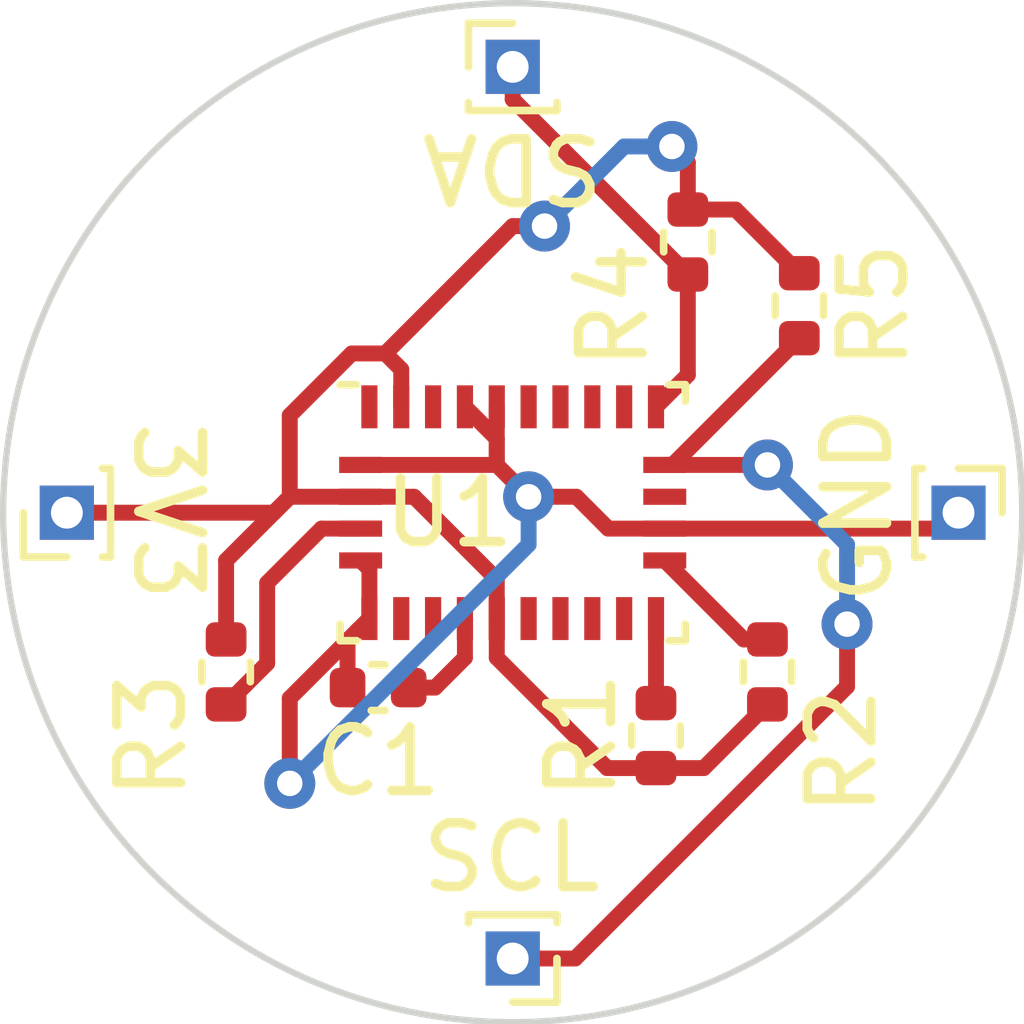
<source format=kicad_pcb>
(kicad_pcb (version 20221018) (generator pcbnew)
  (title_block (title "BNO085 Interface Board r16mm") (date "2023-06-30") (comment 1 "Author: Toby Godfrey"))
  (layers (0 "F.Cu" signal) (31 "B.Cu" signal) (34 "B.Paste" user) (35 "F.Paste" user) (36 "B.SilkS" user "B.Silkscreen") (37 "F.SilkS" user "F.Silkscreen") (38 "B.Mask" user) (39 "F.Mask" user) (44 "Edge.Cuts" user))
  (net 0 "")
  (net 1 "Net-(U1-CAP)")
  (net 2 "GND")
  (net 3 "Net-(J1-Pin_1)")
  (net 4 "Net-(J2-Pin_1)")
  (net 5 "+3.3V")
  (net 6 "Net-(U1-ENV_SCL)")
  (net 7 "Net-(U1-ENV_SDA)")
  (net 8 "Net-(U1-BOOTN)")
  (footprint "Resistor_SMD:R_0402_1005Metric" (layer "F.Cu") (at 134.5 66.75 -90)
    (fp_text reference "R5" (at 0 -1.17 90) (layer "F.SilkS"))
    (fp_text value "2.2k")
    (fp_line (start -0.153641 -0.38) (end 0.153641 -0.38) (stroke (width 0.12)) (layer "F.SilkS"))
    (fp_line (start -0.153641 0.38) (end 0.153641 0.38) (stroke (width 0.12)) (layer "F.SilkS"))
    (pad "1" smd roundrect (at -0.51 0 270) (size 0.54 0.64) (layers "F.Cu" "F.Paste" "F.Mask") (net 5 "+3.3V"))
    (pad "2" smd roundrect (at 0.51 0 270) (size 0.54 0.64) (layers "F.Cu" "F.Paste" "F.Mask") (net 4 "Net-(J2-Pin_1)"))
  )
  (footprint "Connector_PinHeader_1.00mm:PinHeader_1x01_P1.00mm_Vertical" (layer "F.Cu") (at 137 70 -90)
    (fp_text reference "J4" hide)
    (fp_text value "Conn_01x01_Pin")
    (fp_line (start -0.695 -0.685) (end 0 -0.685) (stroke (width 0.12)) (layer "F.SilkS"))
    (fp_line (start -0.695 0) (end -0.695 -0.685) (stroke (width 0.12)) (layer "F.SilkS"))
    (fp_line (start -0.695 0.685) (end -0.695 0.56) (stroke (width 0.12)) (layer "F.SilkS"))
    (fp_line (start -0.695 0.685) (end -0.608276 0.685) (stroke (width 0.12)) (layer "F.SilkS"))
    (fp_line (start -0.695 0.685) (end 0.695 0.685) (stroke (width 0.12)) (layer "F.SilkS"))
    (fp_line (start 0.608276 0.685) (end 0.695 0.685) (stroke (width 0.12)) (layer "F.SilkS"))
    (fp_line (start 0.695 0.685) (end 0.695 0.56) (stroke (width 0.12)) (layer "F.SilkS"))
    (pad "1" thru_hole rect (at 0 0 270) (size 0.85 0.85) (drill 0.5) (layers "*.Cu" "*.Mask") (net 2 "GND"))
  )
  (footprint "Resistor_SMD:R_0402_1005Metric" (layer "F.Cu") (at 134 72.5 -90)
    (fp_text reference "R2" (at 1.25 -1.17 90) (layer "F.SilkS"))
    (fp_text value "2.2k")
    (fp_line (start -0.153641 -0.38) (end 0.153641 -0.38) (stroke (width 0.12)) (layer "F.SilkS"))
    (fp_line (start -0.153641 0.38) (end 0.153641 0.38) (stroke (width 0.12)) (layer "F.SilkS"))
    (pad "1" smd roundrect (at -0.51 0 270) (size 0.54 0.64) (layers "F.Cu" "F.Paste" "F.Mask") (net 7 "Net-(U1-ENV_SDA)"))
    (pad "2" smd roundrect (at 0.51 0 270) (size 0.54 0.64) (layers "F.Cu" "F.Paste" "F.Mask") (net 5 "+3.3V"))
  )
  (footprint "Resistor_SMD:R_0402_1005Metric" (layer "F.Cu") (at 132.25 73.5 90)
    (fp_text reference "R1" (at 0 -1.17 90) (layer "F.SilkS"))
    (fp_text value "2.2k")
    (fp_line (start -0.153641 -0.38) (end 0.153641 -0.38) (stroke (width 0.12)) (layer "F.SilkS"))
    (fp_line (start -0.153641 0.38) (end 0.153641 0.38) (stroke (width 0.12)) (layer "F.SilkS"))
    (pad "1" smd roundrect (at -0.51 0 90) (size 0.54 0.64) (layers "F.Cu" "F.Paste" "F.Mask") (net 5 "+3.3V"))
    (pad "2" smd roundrect (at 0.51 0 90) (size 0.54 0.64) (layers "F.Cu" "F.Paste" "F.Mask") (net 6 "Net-(U1-ENV_SCL)"))
  )
  (footprint "Connector_PinHeader_1.00mm:PinHeader_1x01_P1.00mm_Vertical" (layer "F.Cu") (at 123 70 90)
    (fp_text reference "J3" hide)
    (fp_text value "Conn_01x01_Pin")
    (fp_line (start -0.695 -0.685) (end 0 -0.685) (stroke (width 0.12)) (layer "F.SilkS"))
    (fp_line (start -0.695 0) (end -0.695 -0.685) (stroke (width 0.12)) (layer "F.SilkS"))
    (fp_line (start -0.695 0.685) (end -0.695 0.56) (stroke (width 0.12)) (layer "F.SilkS"))
    (fp_line (start -0.695 0.685) (end -0.608276 0.685) (stroke (width 0.12)) (layer "F.SilkS"))
    (fp_line (start -0.695 0.685) (end 0.695 0.685) (stroke (width 0.12)) (layer "F.SilkS"))
    (fp_line (start 0.608276 0.685) (end 0.695 0.685) (stroke (width 0.12)) (layer "F.SilkS"))
    (fp_line (start 0.695 0.685) (end 0.695 0.56) (stroke (width 0.12)) (layer "F.SilkS"))
    (pad "1" thru_hole rect (at 0 0 90) (size 0.85 0.85) (drill 0.5) (layers "*.Cu" "*.Mask") (net 5 "+3.3V"))
  )
  (footprint "Resistor_SMD:R_0402_1005Metric" (layer "F.Cu") (at 125.5 72.5 90)
    (fp_text reference "R3" (at -1 -1.17 90) (layer "F.SilkS"))
    (fp_text value "10k")
    (fp_line (start -0.153641 -0.38) (end 0.153641 -0.38) (stroke (width 0.12)) (layer "F.SilkS"))
    (fp_line (start -0.153641 0.38) (end 0.153641 0.38) (stroke (width 0.12)) (layer "F.SilkS"))
    (pad "1" smd roundrect (at -0.51 0 90) (size 0.54 0.64) (layers "F.Cu" "F.Paste" "F.Mask") (net 8 "Net-(U1-BOOTN)"))
    (pad "2" smd roundrect (at 0.51 0 90) (size 0.54 0.64) (layers "F.Cu" "F.Paste" "F.Mask") (net 5 "+3.3V"))
  )
  (footprint "Connector_PinHeader_1.00mm:PinHeader_1x01_P1.00mm_Vertical" (layer "F.Cu") (at 130 77 180)
    (fp_text reference "J2" hide)
    (fp_text value "Conn_01x01_Pin")
    (fp_line (start -0.695 -0.685) (end 0 -0.685) (stroke (width 0.12)) (layer "F.SilkS"))
    (fp_line (start -0.695 0) (end -0.695 -0.685) (stroke (width 0.12)) (layer "F.SilkS"))
    (fp_line (start -0.695 0.685) (end -0.695 0.56) (stroke (width 0.12)) (layer "F.SilkS"))
    (fp_line (start -0.695 0.685) (end -0.608276 0.685) (stroke (width 0.12)) (layer "F.SilkS"))
    (fp_line (start -0.695 0.685) (end 0.695 0.685) (stroke (width 0.12)) (layer "F.SilkS"))
    (fp_line (start 0.608276 0.685) (end 0.695 0.685) (stroke (width 0.12)) (layer "F.SilkS"))
    (fp_line (start 0.695 0.685) (end 0.695 0.56) (stroke (width 0.12)) (layer "F.SilkS"))
    (pad "1" thru_hole rect (at 0 0 180) (size 0.85 0.85) (drill 0.5) (layers "*.Cu" "*.Mask") (net 4 "Net-(J2-Pin_1)"))
  )
  (footprint "Resistor_SMD:R_0402_1005Metric" (layer "F.Cu") (at 132.75 65.75 90)
    (fp_text reference "R4" (at -1 -1.17 90) (layer "F.SilkS"))
    (fp_text value "2.2k")
    (fp_line (start -0.153641 -0.38) (end 0.153641 -0.38) (stroke (width 0.12)) (layer "F.SilkS"))
    (fp_line (start -0.153641 0.38) (end 0.153641 0.38) (stroke (width 0.12)) (layer "F.SilkS"))
    (pad "1" smd roundrect (at -0.51 0 90) (size 0.54 0.64) (layers "F.Cu" "F.Paste" "F.Mask") (net 3 "Net-(J1-Pin_1)"))
    (pad "2" smd roundrect (at 0.51 0 90) (size 0.54 0.64) (layers "F.Cu" "F.Paste" "F.Mask") (net 5 "+3.3V"))
  )
  (footprint "Package_LGA:LGA-28_5.2x3.8mm_P0.5mm" (layer "F.Cu") (at 130 70)
    (fp_text reference "U1" (at -1 0) (layer "F.SilkS"))
    (fp_text value "~")
    (fp_line (start -2.71 -2.01) (end -2.45 -2.01) (stroke (width 0.12)) (layer "F.SilkS"))
    (fp_line (start -2.71 2.01) (end -2.71 1.75) (stroke (width 0.12)) (layer "F.SilkS"))
    (fp_line (start -2.71 2.01) (end -2.45 2.01) (stroke (width 0.12)) (layer "F.SilkS"))
    (fp_line (start 2.71 -2.01) (end 2.45 -2.01) (stroke (width 0.12)) (layer "F.SilkS"))
    (fp_line (start 2.71 -2.01) (end 2.71 -1.75) (stroke (width 0.12)) (layer "F.SilkS"))
    (fp_line (start 2.71 2.01) (end 2.45 2.01) (stroke (width 0.12)) (layer "F.SilkS"))
    (fp_line (start 2.71 2.01) (end 2.71 1.75) (stroke (width 0.12)) (layer "F.SilkS"))
    (pad "1" smd rect (at -2.25 -1.6625) (size 0.254 0.675) (layers "F.Cu" "F.Paste" "F.Mask"))
    (pad "2" smd rect (at -2.3875 -0.75 90) (size 0.254 0.675) (layers "F.Cu" "F.Paste" "F.Mask") (net 2 "GND"))
    (pad "3" smd rect (at -2.3875 -0.25 90) (size 0.254 0.675) (layers "F.Cu" "F.Paste" "F.Mask") (net 5 "+3.3V"))
    (pad "4" smd rect (at -2.3875 0.25 90) (size 0.254 0.675) (layers "F.Cu" "F.Paste" "F.Mask") (net 8 "Net-(U1-BOOTN)"))
    (pad "5" smd rect (at -2.3875 0.75 90) (size 0.254 0.675) (layers "F.Cu" "F.Paste" "F.Mask") (net 2 "GND"))
    (pad "6" smd rect (at -2.25 1.6625) (size 0.254 0.675) (layers "F.Cu" "F.Paste" "F.Mask") (net 2 "GND"))
    (pad "7" smd rect (at -1.75 1.6625) (size 0.254 0.675) (layers "F.Cu" "F.Paste" "F.Mask"))
    (pad "8" smd rect (at -1.25 1.6625) (size 0.254 0.675) (layers "F.Cu" "F.Paste" "F.Mask"))
    (pad "9" smd rect (at -0.75 1.6625) (size 0.254 0.675) (layers "F.Cu" "F.Paste" "F.Mask") (net 1 "Net-(U1-CAP)"))
    (pad "10" smd rect (at -0.25 1.6625) (size 0.254 0.675) (layers "F.Cu" "F.Paste" "F.Mask") (net 5 "+3.3V"))
    (pad "11" smd rect (at 0.25 1.6625) (size 0.254 0.675) (layers "F.Cu" "F.Paste" "F.Mask"))
    (pad "12" smd rect (at 0.75 1.6625) (size 0.254 0.675) (layers "F.Cu" "F.Paste" "F.Mask"))
    (pad "13" smd rect (at 1.25 1.6625) (size 0.254 0.675) (layers "F.Cu" "F.Paste" "F.Mask"))
    (pad "14" smd rect (at 1.75 1.6625) (size 0.254 0.675) (layers "F.Cu" "F.Paste" "F.Mask"))
    (pad "15" smd rect (at 2.25 1.6625) (size 0.254 0.675) (layers "F.Cu" "F.Paste" "F.Mask") (net 6 "Net-(U1-ENV_SCL)"))
    (pad "16" smd rect (at 2.3875 0.75 90) (size 0.254 0.675) (layers "F.Cu" "F.Paste" "F.Mask") (net 7 "Net-(U1-ENV_SDA)"))
    (pad "17" smd rect (at 2.3875 0.25 90) (size 0.254 0.675) (layers "F.Cu" "F.Paste" "F.Mask") (net 2 "GND"))
    (pad "18" smd rect (at 2.3875 -0.25 90) (size 0.254 0.675) (layers "F.Cu" "F.Paste" "F.Mask"))
    (pad "19" smd rect (at 2.3875 -0.75 90) (size 0.254 0.675) (layers "F.Cu" "F.Paste" "F.Mask") (net 4 "Net-(J2-Pin_1)"))
    (pad "20" smd rect (at 2.25 -1.6625) (size 0.254 0.675) (layers "F.Cu" "F.Paste" "F.Mask") (net 3 "Net-(J1-Pin_1)"))
    (pad "21" smd rect (at 1.75 -1.6625) (size 0.254 0.675) (layers "F.Cu" "F.Paste" "F.Mask"))
    (pad "22" smd rect (at 1.25 -1.6625) (size 0.254 0.675) (layers "F.Cu" "F.Paste" "F.Mask"))
    (pad "23" smd rect (at 0.75 -1.6625) (size 0.254 0.675) (layers "F.Cu" "F.Paste" "F.Mask"))
    (pad "24" smd rect (at 0.25 -1.6625) (size 0.254 0.675) (layers "F.Cu" "F.Paste" "F.Mask"))
    (pad "25" smd rect (at -0.25 -1.6625) (size 0.254 0.675) (layers "F.Cu" "F.Paste" "F.Mask") (net 2 "GND"))
    (pad "26" smd rect (at -0.75 -1.6625) (size 0.254 0.675) (layers "F.Cu" "F.Paste" "F.Mask") (net 2 "GND"))
    (pad "27" smd rect (at -1.25 -1.6625) (size 0.254 0.675) (layers "F.Cu" "F.Paste" "F.Mask"))
    (pad "28" smd rect (at -1.75 -1.6625) (size 0.254 0.675) (layers "F.Cu" "F.Paste" "F.Mask") (net 5 "+3.3V"))
  )
  (footprint "Connector_PinHeader_1.00mm:PinHeader_1x01_P1.00mm_Vertical" (layer "F.Cu") (at 130 63)
    (fp_text reference "J1" hide)
    (fp_text value "Conn_01x01_Pin")
    (fp_line (start -0.695 -0.685) (end 0 -0.685) (stroke (width 0.12)) (layer "F.SilkS"))
    (fp_line (start -0.695 0) (end -0.695 -0.685) (stroke (width 0.12)) (layer "F.SilkS"))
    (fp_line (start -0.695 0.685) (end -0.695 0.56) (stroke (width 0.12)) (layer "F.SilkS"))
    (fp_line (start -0.695 0.685) (end -0.608276 0.685) (stroke (width 0.12)) (layer "F.SilkS"))
    (fp_line (start -0.695 0.685) (end 0.695 0.685) (stroke (width 0.12)) (layer "F.SilkS"))
    (fp_line (start 0.608276 0.685) (end 0.695 0.685) (stroke (width 0.12)) (layer "F.SilkS"))
    (fp_line (start 0.695 0.685) (end 0.695 0.56) (stroke (width 0.12)) (layer "F.SilkS"))
    (pad "1" thru_hole rect (at 0 0) (size 0.85 0.85) (drill 0.5) (layers "*.Cu" "*.Mask") (net 3 "Net-(J1-Pin_1)"))
  )
  (footprint "Capacitor_SMD:C_0402_1005Metric" (layer "F.Cu") (at 127.887238 72.746447 180)
    (fp_text reference "C1" (at 0 -1.16) (layer "F.SilkS"))
    (fp_text value "0.1uF")
    (fp_line (start -0.107836 -0.36) (end 0.107836 -0.36) (stroke (width 0.12)) (layer "F.SilkS"))
    (fp_line (start -0.107836 0.36) (end 0.107836 0.36) (stroke (width 0.12)) (layer "F.SilkS"))
    (pad "1" smd roundrect (at -0.48 0 180) (size 0.56 0.62) (layers "F.Cu" "F.Paste" "F.Mask") (net 1 "Net-(U1-CAP)"))
    (pad "2" smd roundrect (at 0.48 0 180) (size 0.56 0.62) (layers "F.Cu" "F.Paste" "F.Mask") (net 2 "GND"))
  )
  (gr_circle (center 130 70) (end 138 70) (stroke (width 0.1)) (fill none) (layer "Edge.Cuts"))
  (gr_text "SCL" (at 128.5 76) (layer "F.SilkS") (effects (font (size 1 1)) (justify left bottom)))
  (gr_text "GND" (at 136 71.5 90) (layer "F.SilkS") (effects (font (size 1 1)) (justify left bottom)))
  (gr_text "3V3" (at 124 68.5 -90) (layer "F.SilkS") (effects (font (size 1 1)) (justify left bottom)))
  (gr_text "SDA" (at 131.5 64 180) (layer "F.SilkS") (effects (font (size 1 1)) (justify left bottom)))
  (segment (start 128.367238 72.746447) (end 128.780553 72.746447) (width 0.25) (layer "F.Cu") (net 1))
  (segment (start 128.780553 72.746447) (end 129.25 72.277) (width 0.25) (layer "F.Cu") (net 1))
  (segment (start 129.25 72.277) (end 129.25 71.6625) (width 0.25) (layer "F.Cu") (net 1))
  (segment (start 129.75 69.25) (end 127.6125 69.25) (width 0.25) (layer "F.Cu") (net 2))
  (segment (start 130.25 69.75) (end 129.75 69.25) (width 0.25) (layer "F.Cu") (net 2))
  (segment (start 137 70) (end 136.75 70.25) (width 0.25) (layer "F.Cu") (net 2))
  (segment (start 131 69.75) (end 131.5 70.25) (width 0.25) (layer "F.Cu") (net 2))
  (segment (start 129.75 68.8375) (end 129.25 68.3375) (width 0.25) (layer "F.Cu") (net 2))
  (segment (start 132.3875 70.25) (end 131.5 70.25) (width 0.25) (layer "F.Cu") (net 2))
  (segment (start 127.75 70.8875) (end 127.6125 70.75) (width 0.25) (layer "F.Cu") (net 2))
  (segment (start 126.5 72.9125) (end 126.5 74.25) (width 0.25) (layer "F.Cu") (net 2))
  (segment (start 127.407238 72.005262) (end 127.58125 71.83125) (width 0.25) (layer "F.Cu") (net 2))
  (segment (start 130.25 69.75) (end 131 69.75) (width 0.25) (layer "F.Cu") (net 2))
  (segment (start 136.75 70.25) (end 132.3875 70.25) (width 0.25) (layer "F.Cu") (net 2))
  (segment (start 127.58125 71.83125) (end 126.5 72.9125) (width 0.25) (layer "F.Cu") (net 2))
  (segment (start 127.58125 71.83125) (end 127.75 71.6625) (width 0.25) (layer "F.Cu") (net 2))
  (segment (start 129.75 69.25) (end 129.75 68.3375) (width 0.25) (layer "F.Cu") (net 2))
  (segment (start 127.407238 72.746447) (end 127.407238 72.005262) (width 0.25) (layer "F.Cu") (net 2))
  (segment (start 129.75 69.25) (end 129.75 68.8375) (width 0.25) (layer "F.Cu") (net 2))
  (segment (start 127.75 71.6625) (end 127.75 70.8875) (width 0.25) (layer "F.Cu") (net 2))
  (via (at 130.25 69.75) (size 0.8) (drill 0.4) (layers "F.Cu" "B.Cu") (net 2))
  (via (at 126.5 74.25) (size 0.8) (drill 0.4) (layers "F.Cu" "B.Cu") (net 2))
  (segment (start 130.25 70.5) (end 130.25 69.75) (width 0.25) (layer "B.Cu") (net 2))
  (segment (start 126.5 74.25) (end 130.25 70.5) (width 0.25) (layer "B.Cu") (net 2))
  (segment (start 132.75 66.26) (end 132.75 67.8375) (width 0.25) (layer "F.Cu") (net 3))
  (segment (start 130 63) (end 130 63.51) (width 0.25) (layer "F.Cu") (net 3))
  (segment (start 132.75 67.8375) (end 132.25 68.3375) (width 0.25) (layer "F.Cu") (net 3))
  (segment (start 130 63.51) (end 132.75 66.26) (width 0.25) (layer "F.Cu") (net 3))
  (segment (start 132.3875 69.25) (end 134 69.25) (width 0.25) (layer "F.Cu") (net 4))
  (segment (start 134.5 67.26) (end 132.51 69.25) (width 0.25) (layer "F.Cu") (net 4))
  (segment (start 132.51 69.25) (end 132.3875 69.25) (width 0.25) (layer "F.Cu") (net 4))
  (segment (start 130.980538 77) (end 130 77) (width 0.25) (layer "F.Cu") (net 4))
  (segment (start 135.25 71.75) (end 135.25 72.730538) (width 0.25) (layer "F.Cu") (net 4))
  (segment (start 135.25 72.730538) (end 130.980538 77) (width 0.25) (layer "F.Cu") (net 4))
  (via (at 135.25 71.75) (size 0.8) (drill 0.4) (layers "F.Cu" "B.Cu") (net 4))
  (via (at 134 69.25) (size 0.8) (drill 0.4) (layers "F.Cu" "B.Cu") (net 4))
  (segment (start 135.25 70.5) (end 135.25 71.75) (width 0.25) (layer "B.Cu") (net 4))
  (segment (start 134 69.25) (end 135.25 70.5) (width 0.25) (layer "B.Cu") (net 4))
  (segment (start 128.25 68.3375) (end 128.25 67.75) (width 0.25) (layer "F.Cu") (net 5))
  (segment (start 131.483 74.01) (end 129.75 72.277) (width 0.25) (layer "F.Cu") (net 5))
  (segment (start 133.5 65.24) (end 134.5 66.24) (width 0.25) (layer "F.Cu") (net 5))
  (segment (start 132.75 65.24) (end 132.75 64.5) (width 0.25) (layer "F.Cu") (net 5))
  (segment (start 132.75 64.5) (end 132.5 64.25) (width 0.25) (layer "F.Cu") (net 5))
  (segment (start 130 65.5) (end 128 67.5) (width 0.25) (layer "F.Cu") (net 5))
  (segment (start 132.75 65.24) (end 133.5 65.24) (width 0.25) (layer "F.Cu") (net 5))
  (segment (start 127.473 67.5) (end 126.5 68.473) (width 0.25) (layer "F.Cu") (net 5))
  (segment (start 125.5 71.99) (end 125.5 70.75) (width 0.25) (layer "F.Cu") (net 5))
  (segment (start 125.5 70.75) (end 126.5 69.75) (width 0.25) (layer "F.Cu") (net 5))
  (segment (start 128.25 67.75) (end 128 67.5) (width 0.25) (layer "F.Cu") (net 5))
  (segment (start 132.25 74.01) (end 131.483 74.01) (width 0.25) (layer "F.Cu") (net 5))
  (segment (start 128.452 69.75) (end 127.6125 69.75) (width 0.25) (layer "F.Cu") (net 5))
  (segment (start 126.25 70) (end 126.5 69.75) (width 0.25) (layer "F.Cu") (net 5))
  (segment (start 123 70) (end 126.25 70) (width 0.25) (layer "F.Cu") (net 5))
  (segment (start 133 74.01) (end 134 73.01) (width 0.25) (layer "F.Cu") (net 5))
  (segment (start 129.75 71.048) (end 128.452 69.75) (width 0.25) (layer "F.Cu") (net 5))
  (segment (start 129.75 71.6625) (end 129.75 71.048) (width 0.25) (layer "F.Cu") (net 5))
  (segment (start 126.5 69.75) (end 127.6125 69.75) (width 0.25) (layer "F.Cu") (net 5))
  (segment (start 126.5 68.473) (end 126.5 69.75) (width 0.25) (layer "F.Cu") (net 5))
  (segment (start 128 67.5) (end 127.473 67.5) (width 0.25) (layer "F.Cu") (net 5))
  (segment (start 129.75 72.277) (end 129.75 71.6625) (width 0.25) (layer "F.Cu") (net 5))
  (segment (start 132.25 74.01) (end 133 74.01) (width 0.25) (layer "F.Cu") (net 5))
  (segment (start 130.5 65.5) (end 130 65.5) (width 0.25) (layer "F.Cu") (net 5))
  (via (at 130.5 65.5) (size 0.8) (drill 0.4) (layers "F.Cu" "B.Cu") (net 5))
  (via (at 132.5 64.25) (size 0.8) (drill 0.4) (layers "F.Cu" "B.Cu") (net 5))
  (segment (start 132.5 64.25) (end 131.75 64.25) (width 0.25) (layer "B.Cu") (net 5))
  (segment (start 131.75 64.25) (end 130.5 65.5) (width 0.25) (layer "B.Cu") (net 5))
  (segment (start 132.25 72.99) (end 132.25 71.6625) (width 0.25) (layer "F.Cu") (net 6))
  (segment (start 134 71.99) (end 133.6275 71.99) (width 0.25) (layer "F.Cu") (net 7))
  (segment (start 133.6275 71.99) (end 132.3875 70.75) (width 0.25) (layer "F.Cu") (net 7))
  (segment (start 127.6125 70.25) (end 126.998 70.25) (width 0.25) (layer "F.Cu") (net 8))
  (segment (start 126.998 70.25) (end 126.145 71.103) (width 0.25) (layer "F.Cu") (net 8))
  (segment (start 126.145 71.103) (end 126.145 72.365) (width 0.25) (layer "F.Cu") (net 8))
  (segment (start 126.145 72.365) (end 125.5 73.01) (width 0.25) (layer "F.Cu") (net 8))
)
</source>
